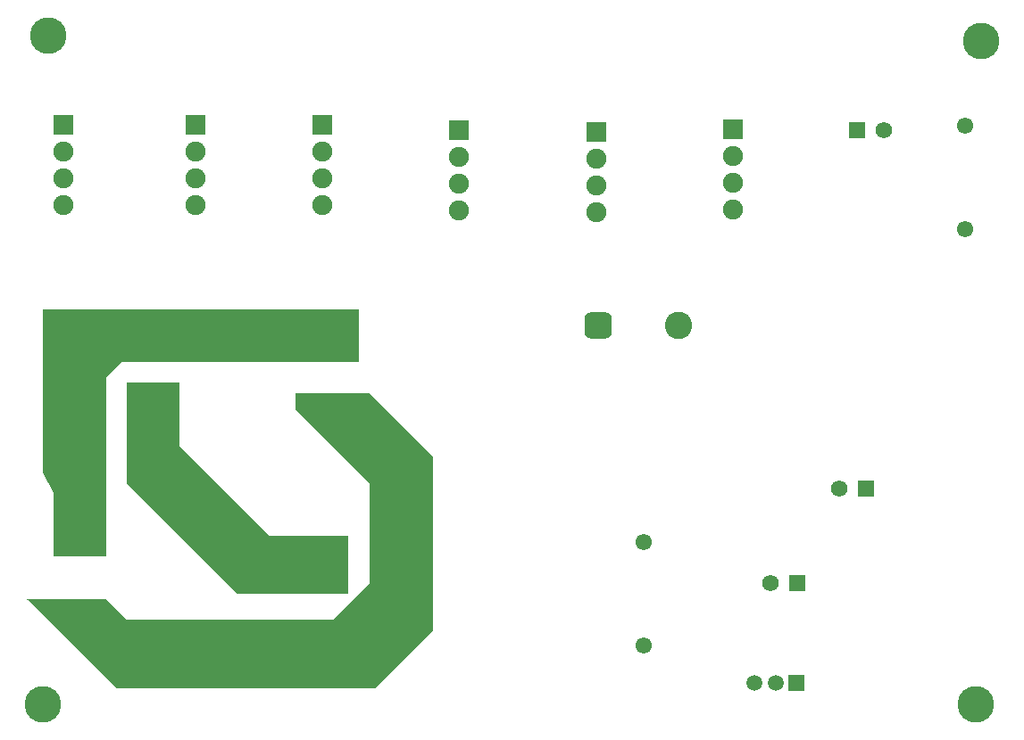
<source format=gbs>
G04*
G04 #@! TF.GenerationSoftware,Altium Limited,Altium Designer,22.1.2 (22)*
G04*
G04 Layer_Color=16711935*
%FSLAX25Y25*%
%MOIN*%
G70*
G04*
G04 #@! TF.SameCoordinates,D2A74ED6-6853-450D-875C-18D0DEDCCFCE*
G04*
G04*
G04 #@! TF.FilePolarity,Negative*
G04*
G01*
G75*
G04:AMPARAMS|DCode=14|XSize=102.49mil|YSize=102.49mil|CornerRadius=27.62mil|HoleSize=0mil|Usage=FLASHONLY|Rotation=0.000|XOffset=0mil|YOffset=0mil|HoleType=Round|Shape=RoundedRectangle|*
%AMROUNDEDRECTD14*
21,1,0.10249,0.04724,0,0,0.0*
21,1,0.04724,0.10249,0,0,0.0*
1,1,0.05524,0.02362,-0.02362*
1,1,0.05524,-0.02362,-0.02362*
1,1,0.05524,-0.02362,0.02362*
1,1,0.05524,0.02362,0.02362*
%
%ADD14ROUNDEDRECTD14*%
%ADD15C,0.10249*%
G04:AMPARAMS|DCode=16|XSize=102.49mil|YSize=102.49mil|CornerRadius=27.62mil|HoleSize=0mil|Usage=FLASHONLY|Rotation=90.000|XOffset=0mil|YOffset=0mil|HoleType=Round|Shape=RoundedRectangle|*
%AMROUNDEDRECTD16*
21,1,0.10249,0.04724,0,0,90.0*
21,1,0.04724,0.10249,0,0,90.0*
1,1,0.05524,0.02362,0.02362*
1,1,0.05524,0.02362,-0.02362*
1,1,0.05524,-0.02362,-0.02362*
1,1,0.05524,-0.02362,0.02362*
%
%ADD16ROUNDEDRECTD16*%
%ADD17R,0.07493X0.07493*%
%ADD18C,0.07493*%
%ADD19C,0.06181*%
%ADD20R,0.06181X0.06181*%
%ADD21C,0.06115*%
%ADD22C,0.05918*%
%ADD23R,0.05918X0.05918*%
%ADD24C,0.13674*%
G36*
X135827Y161417D02*
Y159449D01*
Y143701D01*
X47244D01*
X41339Y137795D01*
Y70866D01*
X21654D01*
Y94488D01*
X17717Y102362D01*
Y106299D01*
Y163386D01*
X135827D01*
Y161417D01*
D02*
G37*
G36*
X68898Y112205D02*
X102362Y78740D01*
X131890D01*
Y76772D01*
Y74803D01*
Y57087D01*
X90551D01*
X49213Y98425D01*
Y135827D01*
X68898D01*
Y112205D01*
D02*
G37*
G36*
X163386Y108268D02*
Y43307D01*
X141732Y21654D01*
X45276D01*
X11811Y55118D01*
X41339D01*
X49213Y47244D01*
X125984D01*
X139764Y61024D01*
Y98425D01*
X112205Y125984D01*
Y131890D01*
X139764D01*
X163386Y108268D01*
D02*
G37*
D14*
X225158Y157480D02*
D03*
X58307Y129921D02*
D03*
D15*
X255158Y157480D02*
D03*
X125984Y66929D02*
D03*
X28307Y129921D02*
D03*
X31496Y76024D02*
D03*
X125984Y152796D02*
D03*
D16*
X125984Y36929D02*
D03*
X31496Y46024D02*
D03*
X125984Y122796D02*
D03*
D17*
X173228Y230472D02*
D03*
X122047Y232441D02*
D03*
X275591Y230630D02*
D03*
X74803Y232441D02*
D03*
X224410Y229567D02*
D03*
X25591Y232441D02*
D03*
D18*
X173228Y220472D02*
D03*
Y210472D02*
D03*
Y200472D02*
D03*
X122047Y222441D02*
D03*
Y212441D02*
D03*
Y202441D02*
D03*
X275591Y220630D02*
D03*
Y210630D02*
D03*
Y200630D02*
D03*
X74803Y222441D02*
D03*
Y212441D02*
D03*
Y202441D02*
D03*
X224410Y219567D02*
D03*
Y209567D02*
D03*
Y199567D02*
D03*
X25591Y222441D02*
D03*
Y212441D02*
D03*
Y202441D02*
D03*
D19*
X331772Y230315D02*
D03*
X289370Y61024D02*
D03*
X314961Y96457D02*
D03*
D20*
X321772Y230315D02*
D03*
X299370Y61024D02*
D03*
X324961Y96457D02*
D03*
D21*
X362205Y231890D02*
D03*
Y193307D02*
D03*
X242126Y37795D02*
D03*
Y76378D02*
D03*
D22*
X283465Y23622D02*
D03*
X291339D02*
D03*
D23*
X299213D02*
D03*
D24*
X17717Y15748D02*
D03*
X19685Y265748D02*
D03*
X368110Y263779D02*
D03*
X366142Y15748D02*
D03*
M02*

</source>
